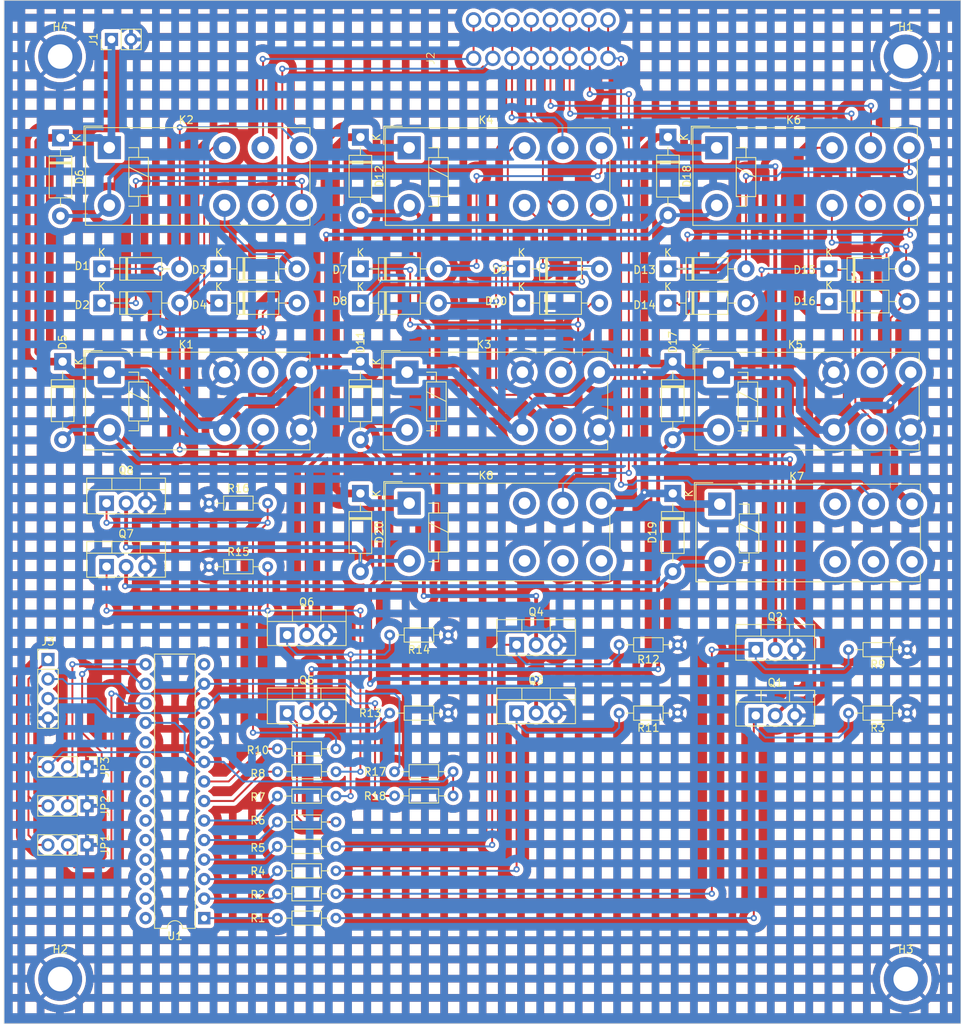
<source format=kicad_pcb>
(kicad_pcb (version 20221018) (generator pcbnew)
  (layers (0 "F.Cu" signal) (31 "B.Cu" signal) (34 "B.Paste" user) (35 "F.Paste" user) (36 "B.SilkS" user "B.Silkscreen") (37 "F.SilkS" user "F.Silkscreen") (38 "B.Mask" user) (39 "F.Mask" user) (44 "Edge.Cuts" user))
  (net 0 "")
  (net 1 "Net-(D1-K)")
  (net 2 "Net-(D1-A)")
  (net 3 "Net-(D2-K)")
  (net 4 "Net-(D2-A)")
  (net 5 "Net-(D3-A)")
  (net 6 "Net-(D4-K)")
  (net 7 "VCCQ")
  (net 8 "Net-(D10-A)")
  (net 9 "Net-(D7-A)")
  (net 10 "Net-(D8-K)")
  (net 11 "Net-(D8-A)")
  (net 12 "Net-(D9-A)")
  (net 13 "Net-(D10-K)")
  (net 14 "Net-(D13-K)")
  (net 15 "Net-(D13-A)")
  (net 16 "Net-(D14-K)")
  (net 17 "Net-(D14-A)")
  (net 18 "Net-(D15-A)")
  (net 19 "Net-(D16-K)")
  (net 20 "GND")
  (net 21 "Net-(J2-io-Pad1)")
  (net 22 "Net-(J2-io-Pad2)")
  (net 23 "Net-(J2-io-Pad3)")
  (net 24 "Net-(J2-io-Pad4)")
  (net 25 "Net-(J2-io-Pad5)")
  (net 26 "Net-(J2-io-Pad6)")
  (net 27 "VCC")
  (net 28 "Net-(J3-Pin_2)")
  (net 29 "Net-(J3-Pin_3)")
  (net 30 "Net-(JP1-C)")
  (net 31 "Net-(JP2-C)")
  (net 32 "Net-(JP3-C)")
  (net 41 "Net-(Q1-G)")
  (net 42 "Net-(Q2-G)")
  (net 43 "Net-(Q3-G)")
  (net 44 "Net-(Q4-G)")
  (net 45 "/out5")
  (net 46 "/out6")
  (net 47 "/out7")
  (net 48 "/out8")
  (net 49 "Net-(U1-GPB0)")
  (net 50 "Net-(U1-GPB1)")
  (net 51 "Net-(U1-GPB2)")
  (net 52 "Net-(U1-GPB3)")
  (net 53 "Net-(U1-GPB4)")
  (net 54 "Net-(U1-GPB5)")
  (net 55 "Net-(U1-GPB6)")
  (net 56 "Net-(U1-GPB7)")
  (net 69 "Pin7")
  (net 70 "Pin8")
  (net 71 "/rel1")
  (net 72 "/rel2")
  (net 73 "/rel3")
  (net 74 "/rel4")
  (net 75 "/rel5")
  (net 76 "/rel6")
  (net 77 "/rel7")
  (net 78 "/rel8")
  (footprint "Diode_THT:D_DO-41_SOD81_P10.16mm_Horizontal" (layer "F.Cu") (at 25.4 47.625)
    (fp_text reference "D1")
    (fp_text value "1N4001")
  )
  (footprint "Diode_THT:D_DO-41_SOD81_P10.16mm_Horizontal" (layer "F.Cu") (at 120.015 51.875)
    (fp_text reference "D16")
    (fp_text value "1N4001")
  )
  (footprint "Relay_THT:Relay_DPDT_Finder_40.52" (layer "F.Cu") (at 65.405 78.105)
    (fp_text reference "K8")
    (fp_text value "FINDER-40.52")
  )
  (footprint "Connector_PinHeader_2.54mm:PinHeader_1x03_P2.54mm_Vertical" (layer "F.Cu") (at 23.495 117.475 -90)
    (fp_text reference "JP2")
    (fp_text value "Jumper_3_Open")
  )
  (footprint "MountingHole:MountingHole_3.2mm_M3_ISO7380_Pad_TopBottom" (layer "F.Cu") (at 20 20)
    (fp_text reference "H4")
    (fp_text value "MountingHole_Pad")
  )
  (footprint "Resistor_THT:R_Axial_DIN0204_L3.6mm_D1.6mm_P7.62mm_Horizontal" (layer "F.Cu") (at 39.37 78.105)
    (fp_text reference "R16")
    (fp_text value "100k")
  )
  (footprint "Package_TO_SOT_THT:TO-220-3_Vertical" (layer "F.Cu") (at 110.49 105.72)
    (fp_text reference "Q1")
    (fp_text value "IRFZ24N")
  )
  (footprint "Relay_THT:Relay_DPDT_Finder_40.52" (layer "F.Cu") (at 26.3925 61.0625)
    (fp_text reference "K1")
    (fp_text value "FINDER-40.52")
  )
  (footprint "Diode_THT:D_DO-41_SOD81_P10.16mm_Horizontal" (layer "F.Cu") (at 59.055 47.625)
    (fp_text reference "D7")
    (fp_text value "1N4001")
  )
  (footprint "Relay_THT:Relay_DPDT_Finder_40.52" (layer "F.Cu") (at 26.3925 31.8525)
    (fp_text reference "K2")
    (fp_text value "FINDER-40.52")
  )
  (footprint "parts_tma_1:AST041-08" (layer "F.Cu") (at 73.78 20.24 90)
    (fp_text reference "J2")
    (fp_text value "~")
  )
  (footprint "Diode_THT:D_DO-41_SOD81_P10.16mm_Horizontal" (layer "F.Cu") (at 99.695 59.69 -90)
    (fp_text reference "D17")
    (fp_text value "1N4001")
  )
  (footprint "Resistor_THT:R_Axial_DIN0204_L3.6mm_D1.6mm_P7.62mm_Horizontal" (layer "F.Cu") (at 48.26 119.575)
    (fp_text reference "R6")
    (fp_text value "100")
  )
  (footprint "Diode_THT:D_DO-41_SOD81_P10.16mm_Horizontal" (layer "F.Cu") (at 80.01 52.07)
    (fp_text reference "D10")
    (fp_text value "1N4001")
  )
  (footprint "Diode_THT:D_DO-41_SOD81_P10.16mm_Horizontal" (layer "F.Cu") (at 59.055 52.07)
    (fp_text reference "D8")
    (fp_text value "1N4001")
  )
  (footprint "Resistor_THT:R_Axial_DIN0204_L3.6mm_D1.6mm_P7.62mm_Horizontal" (layer "F.Cu") (at 100.33 105.41 180)
    (fp_text reference "R11")
    (fp_text value "100k")
  )
  (footprint "Resistor_THT:R_Axial_DIN0204_L3.6mm_D1.6mm_P7.62mm_Horizontal" (layer "F.Cu") (at 130.175 105.41 180)
    (fp_text reference "R3")
    (fp_text value "100k")
  )
  (footprint "Package_TO_SOT_THT:TO-220-3_Vertical" (layer "F.Cu") (at 49.53 105.41)
    (fp_text reference "Q5")
    (fp_text value "IRFZ24N")
  )
  (footprint "Resistor_THT:R_Axial_DIN0204_L3.6mm_D1.6mm_P7.62mm_Horizontal" (layer "F.Cu") (at 48.26 116.205)
    (fp_text reference "R7")
    (fp_text value "100")
  )
  (footprint "Package_TO_SOT_THT:TO-220-3_Vertical" (layer "F.Cu") (at 49.53 95.25)
    (fp_text reference "Q6")
    (fp_text value "IRFZ24N")
  )
  (footprint "MountingHole:MountingHole_3.2mm_M3_ISO7380_Pad_TopBottom" (layer "F.Cu") (at 130 140)
    (fp_text reference "H3")
    (fp_text value "MountingHole_Pad")
  )
  (footprint "Package_TO_SOT_THT:TO-220-3_Vertical" (layer "F.Cu") (at 79.375 96.52)
    (fp_text reference "Q4")
    (fp_text value "IRFZ24N")
  )
  (footprint "Relay_THT:Relay_DPDT_Finder_40.52" (layer "F.Cu") (at 105.41 31.87)
    (fp_text reference "K6")
    (fp_text value "FINDER-40.52")
  )
  (footprint "Resistor_THT:R_Axial_DIN0204_L3.6mm_D1.6mm_P7.62mm_Horizontal" (layer "F.Cu") (at 48.26 122.75)
    (fp_text reference "R5")
    (fp_text value "100")
  )
  (footprint "Package_TO_SOT_THT:TO-220-3_Vertical" (layer "F.Cu") (at 110.49 97.155)
    (fp_text reference "Q2")
    (fp_text value "IRFZ24N")
  )
  (footprint "Resistor_THT:R_Axial_DIN0204_L3.6mm_D1.6mm_P7.62mm_Horizontal" (layer "F.Cu") (at 39.37 86.36)
    (fp_text reference "R15")
    (fp_text value "100k")
  )
  (footprint "Diode_THT:D_DO-41_SOD81_P10.16mm_Horizontal" (layer "F.Cu") (at 80.01 47.625)
    (fp_text reference "D9")
    (fp_text value "1N4001")
  )
  (footprint "Relay_THT:Relay_DPDT_Finder_40.52" (layer "F.Cu") (at 65.405 31.87)
    (fp_text reference "K4")
    (fp_text value "FINDER-40.52")
  )
  (footprint "Package_DIP:DIP-28_W7.62mm" (layer "F.Cu") (at 38.735 132.08 180)
    (fp_text reference "U1")
    (fp_text value "MCP23017_SP")
  )
  (footprint "Resistor_THT:R_Axial_DIN0204_L3.6mm_D1.6mm_P7.62mm_Horizontal" (layer "F.Cu") (at 70.485 105.41 180)
    (fp_text reference "R13")
    (fp_text value "100k")
  )
  (footprint "Diode_THT:D_DO-41_SOD81_P10.16mm_Horizontal" (layer "F.Cu") (at 59.055 30.4975 -90)
    (fp_text reference "D12")
    (fp_text value "1N4001")
  )
  (footprint "Resistor_THT:R_Axial_DIN0204_L3.6mm_D1.6mm_P7.62mm_Horizontal" (layer "F.Cu") (at 100.33 96.52 180)
    (fp_text reference "R12")
    (fp_text value "100k")
  )
  (footprint "Resistor_THT:R_Axial_DIN0204_L3.6mm_D1.6mm_P7.62mm_Horizontal" (layer "F.Cu") (at 48.26 132.08)
    (fp_text reference "R1")
    (fp_text value "100")
  )
  (footprint "Diode_THT:D_DO-41_SOD81_P10.16mm_Horizontal" (layer "F.Cu") (at 59.055 76.835 -90)
    (fp_text reference "D20")
    (fp_text value "1N4001")
  )
  (footprint "Resistor_THT:R_Axial_DIN0204_L3.6mm_D1.6mm_P7.62mm_Horizontal" (layer "F.Cu") (at 130.175 97.155 180)
    (fp_text reference "R9")
    (fp_text value "100k")
  )
  (footprint "Package_TO_SOT_THT:TO-220-3_Vertical" (layer "F.Cu") (at 79.375 105.41)
    (fp_text reference "Q3")
    (fp_text value "IRFZ24N")
  )
  (footprint "Relay_THT:Relay_DPDT_Finder_40.52" (layer "F.Cu") (at 65.1275 61.0625)
    (fp_text reference "K3")
    (fp_text value "FINDER-40.52")
  )
  (footprint "Resistor_THT:R_Axial_DIN0204_L3.6mm_D1.6mm_P7.62mm_Horizontal" (layer "F.Cu") (at 48.26 113.03)
    (fp_text reference "R8")
    (fp_text value "100")
  )
  (footprint "Diode_THT:D_DO-41_SOD81_P10.16mm_Horizontal" (layer "F.Cu") (at 40.64 52.07)
    (fp_text reference "D4")
    (fp_text value "1N4001")
  )
  (footprint "Diode_THT:D_DO-41_SOD81_P10.16mm_Horizontal" (layer "F.Cu") (at 40.64 47.625)
    (fp_text reference "D3")
    (fp_text value "1N4001")
  )
  (footprint "Diode_THT:D_DO-41_SOD81_P10.16mm_Horizontal" (layer "F.Cu") (at 20.0425 30.5825 -90)
    (fp_text reference "D6")
    (fp_text value "1N4001")
  )
  (footprint "Diode_THT:D_DO-41_SOD81_P10.16mm_Horizontal" (layer "F.Cu") (at 25.4 52.07)
    (fp_text reference "D2")
    (fp_text value "1N4001")
  )
  (footprint "MountingHole:MountingHole_3.2mm_M3_ISO7380_Pad_TopBottom" (layer "F.Cu") (at 130 20)
    (fp_text reference "H1")
    (fp_text value "MountingHole_Pad")
  )
  (footprint "Diode_THT:D_DO-41_SOD81_P10.16mm_Horizontal" (layer "F.Cu") (at 99.06 30.48 -90)
    (fp_text reference "D18")
    (fp_text value "1N4001")
  )
  (footprint "Connector_PinHeader_2.54mm:PinHeader_1x02_P2.54mm_Vertical" (layer "F.Cu") (at 26.67 17.78 90)
    (fp_text reference "J1")
    (fp_text value "Conn_01x02")
  )
  (footprint "Package_TO_SOT_THT:TO-220-3_Vertical" (layer "F.Cu") (at 26.035 86.36)
    (fp_text reference "Q7")
    (fp_text value "IRFZ24N")
  )
  (footprint "Diode_THT:D_DO-41_SOD81_P10.16mm_Horizontal" (layer "F.Cu") (at 99.06 47.625)
    (fp_text reference "D13")
    (fp_text value "1N4001")
  )
  (footprint "Connector_PinHeader_2.54mm:PinHeader_1x03_P2.54mm_Vertical" (layer "F.Cu") (at 23.495 112.395 -90)
    (fp_text reference "JP3")
    (fp_text value "Jumper_3_Open")
  )
  (footprint "Resistor_THT:R_Axial_DIN0204_L3.6mm_D1.6mm_P7.62mm_Horizontal" (layer "F.Cu") (at 63.5 116.18)
    (fp_text reference "R18")
    (fp_text value "4k7")
  )
  (footprint "Diode_THT:D_DO-41_SOD81_P10.16mm_Horizontal" (layer "F.Cu") (at 59.055 59.69 -90)
    (fp_text reference "D11")
    (fp_text value "1N4001")
  )
  (footprint "Relay_THT:Relay_DPDT_Finder_40.52" (layer "F.Cu") (at 105.81 78.225)
    (fp_text reference "K7")
    (fp_text value "FINDER-40.52")
  )
  (footprint "Resistor_THT:R_Axial_DIN0204_L3.6mm_D1.6mm_P7.62mm_Horizontal" (layer "F.Cu") (at 63.5 113.03)
    (fp_text reference "R17")
    (fp_text value "4k7")
  )
  (footprint "Diode_THT:D_DO-41_SOD81_P10.16mm_Horizontal" (layer "F.Cu") (at 99.06 52.07)
    (fp_text reference "D14")
    (fp_text value "1N4001")
  )
  (footprint "Relay_THT:Relay_DPDT_Finder_40.52" (layer "F.Cu") (at 105.65 61.08)
    (fp_text reference "K5")
    (fp_text value "FINDER-40.52")
  )
  (footprint "Resistor_THT:R_Axial_DIN0204_L3.6mm_D1.6mm_P7.62mm_Horizontal" (layer "F.Cu") (at 48.26 110.05)
    (fp_text reference "R10")
    (fp_text value "100")
  )
  (footprint "Connector_PinHeader_2.54mm:PinHeader_1x04_P2.54mm_Vertical" (layer "F.Cu") (at 18.415 98.435)
    (fp_text reference "J3")
    (fp_text value "Conn_01x04_Pin")
  )
  (footprint "Resistor_THT:R_Axial_DIN0204_L3.6mm_D1.6mm_P7.62mm_Horizontal" (layer "F.Cu") (at 70.485 95.25 180)
    (fp_text reference "R14")
    (fp_text value "100k")
  )
  (footprint "Diode_THT:D_DO-41_SOD81_P10.16mm_Horizontal" (layer "F.Cu") (at 120.015 47.625)
    (fp_text reference "D15")
    (fp_text value "1N4001")
  )
  (footprint "Resistor_THT:R_Axial_DIN0204_L3.6mm_D1.6mm_P7.62mm_Horizontal" (layer "F.Cu") (at 48.26 128.905)
    (fp_text reference "R2")
    (fp_text value "100")
  )
  (footprint "MountingHole:MountingHole_3.2mm_M3_ISO7380_Pad_TopBottom" (layer "F.Cu") (at 20 140)
    (fp_text reference "H2")
    (fp_text value "MountingHole_Pad")
  )
  (footprint "Resistor_THT:R_Axial_DIN0204_L3.6mm_D1.6mm_P7.62mm_Horizontal" (layer "F.Cu") (at 48.26 125.925)
    (fp_text reference "R4")
    (fp_text value "100")
  )
  (footprint "Diode_THT:D_DO-41_SOD81_P10.16mm_Horizontal" (layer "F.Cu") (at 20.32 59.69 -90)
    (fp_text reference "D5")
    (fp_text value "1N4001")
  )
  (footprint "Package_TO_SOT_THT:TO-220-3_Vertical" (layer "F.Cu") (at 26.035 78.105)
    (fp_text reference "Q8")
    (fp_text value "IRFZ24N")
  )
  (footprint "Connector_PinHeader_2.54mm:PinHeader_1x03_P2.54mm_Vertical" (layer "F.Cu") (at 23.495 122.555 -90)
    (fp_text reference "JP1")
    (fp_text value "Jumper_3_Open")
  )
  (footprint "Diode_THT:D_DO-41_SOD81_P10.16mm_Horizontal" (layer "F.Cu") (at 99.695 76.835 -90)
    (fp_text reference "D19")
    (fp_text value "1N4001")
  )
  (gr_rect (start 12.7 12.7) (end 137.16 145.796) (stroke (width 0.1)) (fill none) (layer "Edge.Cuts"))
  (segment (start 50.8 52.07) (end 47.625 52.07) (width 0.25) (layer "F.Cu") (net 1))
  (segment (start 46.355 55.88) (end 46.355 61.025) (width 0.25) (layer "F.Cu") (net 1))
  (segment (start 33.02 47.625) (end 33.02 55.88) (width 0.25) (layer "F.Cu") (net 1))
  (segment (start 46.355 53.34) (end 46.355 55.88) (width 0.25) (layer "F.Cu") (net 1))
  (segment (start 47.625 52.07) (end 46.355 53.34) (width 0.25) (layer "F.Cu") (net 1))
  (segment (start 46.355 61.025) (end 46.3925 61.0625) (width 0.25) (layer "F.Cu") (net 1))
  (via (at 33.02 47.625) (size 0.8) (drill 0.4) (layers "F.Cu" "B.Cu") (net 1))
  (via (at 33.02 55.88) (size 0.8) (drill 0.4) (layers "F.Cu" "B.Cu") (net 1))
  (via (at 46.355 55.88) (size 0.8) (drill 0.4) (layers "F.Cu" "B.Cu") (net 1))
  (segment (start 33.02 55.88) (end 46.355 55.88) (width 0.25) (layer "B.Cu") (net 1))
  (segment (start 25.4 47.625) (end 33.02 47.625) (width 0.25) (layer "B.Cu") (net 1))
  (segment (start 35.56 47.625) (end 35.56 29.21) (width 0.25) (layer "F.Cu") (net 2))
  (via (at 35.56 29.21) (size 0.8) (drill 0.4) (layers "F.Cu" "B.Cu") (net 2))
  (segment (start 35.56 29.21) (end 48.75 29.21) (width 0.25) (layer "B.Cu") (net 2))
  (segment (start 48.75 29.21) (end 51.3925 31.8525) (width 0.25) (layer "B.Cu") (net 2))
  (segment (start 29.845 36.195) (end 29.845 52.07) (width 0.25) (layer "F.Cu") (net 3))
  (segment (start 51.3925 39.3525) (end 51.435 39.31) (width 0.25) (layer "F.Cu") (net 3))
  (segment (start 51.435 39.31) (end 51.435 36.195) (width 0.25) (layer "F.Cu") (net 3))
  (via (at 29.845 52.07) (size 0.8) (drill 0.4) (layers "F.Cu" "B.Cu") (net 3))
  (via (at 29.845 36.195) (size 0.8) (drill 0.4) (layers "F.Cu" "B.Cu") (net 3))
  (via (at 51.435 36.195) (size 0.8) (drill 0.4) (layers "F.Cu" "B.Cu") (net 3))
  (segment (start 29.845 52.07) (end 25.4 52.07) (width 0.25) (layer "B.Cu") (net 3))
  (segment (start 51.435 36.195) (end 29.845 36.195) (width 0.25) (layer "B.Cu") (net 3))
  (segment (start 35.56 52.07) (end 35.56 71.12) (width 0.25) (layer "F.Cu") (net 4))
  (via (at 35.56 71.12) (size 0.8) (drill 0.4) (layers "F.Cu" "B.Cu") (net 4))
  (segment (start 35.56 71.12) (end 45.212 71.12) (width 0.25) (layer "B.Cu") (net 4))
  (segment (start 45.212 71.12) (end 46.3925 69.9395) (width 0.25) (layer "B.Cu") (net 4))
  (segment (start 40.64 47.625) (end 40.005 47.625) (width 0.25) (layer "B.Cu") (net 4))
  (segment (start 46.3925 69.9395) (end 46.3925 68.5625) (width 0.25) (layer "B.Cu") (net 4))
  (segment (start 40.005 47.625) (end 35.56 52.07) (width 0.25) (layer "B.Cu") (net 4))
  (segment (start 45.085 45.72) (end 48.895 45.72) (width 0.25) (layer "B.Cu") (net 5))
  (segment (start 41.3925 42.0275) (end 45.085 45.72) (width 0.25) (layer "B.Cu") (net 5))
  (segment (start 41.3925 39.3525) (end 41.3925 42.0275) (width 0.25) (layer "B.Cu") (net 5))
  (segment (start 48.895 45.72) (end 50.8 47.625) (width 0.25) (layer "B.Cu") (net 5))
  (segment (start 41.3925 31.8525) (end 39.9025 31.8525) (width 0.25) (layer "F.Cu") (net 6))
  (segment (start 39.37 52.07) (end 40.64 52.07) (width 0.25) (layer "F.Cu") (net 6))
  (segment (start 38.735 33.02) (end 38.735 51.435) (width 0.25) (layer "F.Cu") (net 6))
  (segment (start 39.9025 31.8525) (end 38.735 33.02) (width 0.25) (layer "F.Cu") (net 6))
  (segment (start 38.735 51.435) (end 39.37 52.07) (width 0.25) (layer "F.Cu") (net 6))
  (segment (start 128.524 76.2) (end 128.524 70.612) (width 1) (layer "F.Cu") (net 7))
  (segment (start 96.012 32.004) (end 96.012 58.928) (width 1) (layer "F.Cu") (net 7))
  (segment (start 18.415 59.69) (end 20.32 59.69) (width 1) (layer "F.Cu") (net 7))
  (segment (start 56.515 59.69) (end 59.055 59.69) (width 1) (layer "F.Cu") (net 7))
  (segment (start 55.88 31.75) (end 55.88 59.055) (width 1) (layer "F.Cu") (net 7))
  (segment (start 17.145 31.115) (end 17.145 58.42) (width 1) (layer "F.Cu") (net 7))
  (segment (start 59.055 76.835) (end 56.515 76.835) (width 1) (layer "F.Cu") (net 7))
  (segment (start 97.028 59.944) (end 99.441 59.944) (width 1) (layer "F.Cu") (net 7))
  (segment (start 130.549 78.225) (end 128.524 76.2) (width 1) (layer "F.Cu") (net 7))
  (segment (start 96.012 76.708) (end 96.012 61.0625) (width 1) (layer "F.Cu") (net 7))
  (segment (start 17.145 58.42) (end 18.415 59.69) (width 1) (layer "F.Cu") (net 7))
  (segment (start 96.012 58.928) (end 97.028 59.944) (width 1) (layer "F.Cu") (net 7))
  (segment (start 128.016 70.104) (end 128.016 65.024) (width 1) (layer "F.Cu") (net 7))
  (segment (start 130.81 78.225) (end 130.549 78.225) (width 1) (layer "F.Cu") (net 7))
  (segment (start 20.0425 30.5825) (end 17.6775 30.5825) (width 1) (layer "F.Cu") (net 7))
  (segment (start 55.88 59.055) (end 56.515 59.69) (width 1) (layer "F.Cu") (net 7))
  (segment (start 99.06 30.48) (end 97.536 30.48) (width 1) (layer "F.Cu") (net 7))
  (segment (start 128.524 70.612) (end 128.016 70.104) (width 1) (layer "F.Cu") (net 7))
  (segment (start 97.536 30.48) (end 96.012 32.004) (width 1) (layer "F.Cu") (net 7))
  (segment (start 17.6775 30.5825) (end 17.145 31.115) (width 1) (layer "F.Cu") (net 7))
  (segment (start 59.055 30.4975) (end 57.1325 30.4975) (width 1) (layer "F.Cu") (net 7))
  (segment (start 55.88 76.2) (end 55.88 60.325) (width 1) (layer "F.Cu") (net 7))
  (segment (start 99.441 59.944) (end 99.695 59.69) (width 1) (layer "F.Cu") (net 7))
  (segment (start 56.515 76.835) (end 55.88 76.2) (width 1) (layer "F.Cu") (net 7))
  (segment (start 55.88 60.325) (end 56.515 59.69) (width 1) (layer "F.Cu") (net 7))
  (segment (start 57.1325 30.4975) (end 55.88 31.75) (width 1) (layer "F.Cu") (net 7))
  (via (at 96.012 76.708) (size 0.8) (drill 0.4) (layers "F.Cu" "B.Cu") (net 7))
  (via (at 128.016 65.024) (size 0.8) (drill 0.4) (layers "F.Cu" "B.Cu") (net 7))
  (via (at 96.012 61.0625) (size 0.8) (drill 0.4) (layers "F.Cu" "B.Cu") (net 7))
  (segment (start 21.6925 61.0625) (end 20.32 59.69) (width 1) (layer "B.Cu") (net 7))
  (segment (start 31.2175 61.0625) (end 38.1 67.945) (width 1) (layer "B.Cu") (net 7))
  (segment (start 116.205 66.04) (end 118.745 68.58) (width 1) (layer "B.Cu") (net 7))
  (segment (start 40.775 67.945) (end 41.3925 68.5625) (width 1) (layer "B.Cu") (net 7))
  (segment (start 71.0175 61.0625) (end 71.12 60.96) (width 1) (layer "B.Cu") (net 7))
  (segment (start 90.405 78.105) (end 94.869 78.105) (width 1) (layer "B.Cu") (net 7))
  (segment (start 80.1275 68.5625) (end 80.1275 66.7925) (width 1) (layer "B.Cu") (net 7))
  (segment (start 60.4275 61.0625) (end 59.055 59.69) (width 1) (layer "B.Cu") (net 7))
  (segment (start 127.635 65.405) (end 128.016 65.024) (width 1) (layer "B.Cu") (net 7))
  (segment (start 98.3225 61.0625) (end 99.695 59.69) (width 1) (layer "B.Cu") (net 7))
  (segment (start 120.65 68.58) (end 123.825 65.405) (width 1) (layer "B.Cu") (net 7))
  (segment (start 59.055 30.4975) (end 60.4275 31.87) (width 1) (layer "B.Cu") (net 7))
  (segment (start 105.81 78.225) (end 101.085 78.225) (width 1) (layer "B.Cu") (net 7))
  (segment (start 41.3925 67.1925) (end 41.3925 68.5625) (width 1) (layer "B.Cu") (net 7))
  (segment (start 26.3925 61.0625) (end 31.2175 61.0625) (width 1) (layer "B.Cu") (net 7))
  (segment (start 118.745 68.58) (end 120.65 68.58) (width 1) (layer "B.Cu") (net 7))
  (segment (start 47.685 64.77) (end 43.815 64.77) (width 1) (layer "B.Cu") (net 7))
  (segment (start 26.67 17.78) (end 26.67 31.575) (width 1) (layer "B.Cu") (net 7))
  (segment (start 96.139 76.835) (end 96.012 76.708) (width 1) (layer "B.Cu") (net 7))
  (segment (start 96.012 61.0625) (end 98.3225 61.0625) (width 1) (layer "B.Cu") (net 7))
  (segment (start 128.016 65.024) (end 130.65 62.39) (width 1) (layer "B.Cu") (net 7))
  (segment (start 101.085 78.225) (end 99.695 76.835) (width 1) (layer "B.Cu") (net 7))
  (segment (start 105.65 61.08) (end 115.055 61.08) (width 1) (layer "B.Cu") (net 7))
  (segment (start 100.45 31.87) (end 105.41 31.87) (width 1) (layer "B.Cu") (net 7))
  (segment (start 65.1275 61.0625) (end 71.0175 61.0625) (width 1) (layer "B.Cu") (net 7))
  (segment (start 52.765 59.69) (end 51.3925 61.0625) (width 1) (layer "B.Cu") (net 7))
  (segment (start 25.1225 30.5825) (end 26.3925 31.8525) (width 1) (layer "B.Cu") (net 7))
  (segment (start 123.825 65.405) (end 127.635 65.405) (width 1) (layer "B.Cu") (net 7))
  (segment (start 51.3925 61.0625) (end 47.685 64.77) (width 1) (layer "B.Cu") (net 7))
  (segment (start 81.915 64.77) (end 80.01 66.675) (width 1) (layer "B.Cu") (net 7))
  (segment (start 105.65 61.08) (end 101.085 61.08) (width 1) (layer "B.Cu") (net 7))
  (segment (start 99.695 76.835) (end 96.139 76.835) (width 1) (layer "B.Cu") (net 7))
  (segment (start 43.815 64.77) (end 41.3925 67.1925) (width 1) (layer "B.Cu") (net 7))
  (segment (start 65.405 78.105) (end 60.325 78.105) (width 1) (layer "B.Cu") (net 7))
  (segment (start 60.4275 31.87) (end 65.405 31.87) (width 1) (layer "B.Cu") (net 7))
  (segment (start 60.325 78.105) (end 59.055 76.835) (width 1) (layer "B.Cu") (net 7))
  (segment (start 101.085 61.08) (end 99.695 59.69) (width 1) (layer "B.Cu") (net 7))
  (segment (start 38.1 67.945) (end 40.775 67.945) (width 1) (layer "B.Cu") (net 7))
  (segment (start 130.65 62.39) (end 130.65 61.08) (width 1) (layer "B.Cu") (net 7))
  (segment (start 26.3925 61.0625) (end 21.6925 61.0625) (width 1) (layer "B.Cu") (net 7))
  (segment (start 86.42 64.77) (end 81.915 64.77) (width 1) (layer "B.Cu") (net 7))
  (segment (start 20.0425 30.5825) (end 25.1225 30.5825) (width 1) (layer "B.Cu") (net 7))
  (segment (start 116.205 62.23) (end 116.205 66.04) (width 1) (layer "B.Cu") (net 7))
  (segment (start 80.1275 66.7925) (end 80.01 66.675) (width 1) (layer "B.Cu") (net 7))
  (segment (start 99.06 30.48) (end 100.45 31.87) (width 1) (layer "B.Cu") (net 7))
  (segment (start 26.67 31.575) (end 26.3925 31.8525) (width 1) (layer "B.Cu") (net 7))
  (segment (start 59.055 59.69) (end 52.765 59.69) (width 1) (layer "B.Cu") (net 7))
  (segment (start 65.1275 61.0625) (end 60.4275 61.0625) (width 1) (layer "B.Cu") (net 7))
  (segment (start 115.055 61.08) (end 116.205 62.23) (width 1) (layer "B.Cu") (net 7))
  (segment (start 90.1275 61.0625) (end 96.012 61.0625) (width 1) (layer "B.Cu") (net 7))
  (segment (start 94.869 78.105) (end 96.139 76.835) (width 1) (layer "B.Cu") (net 7))
  (segment (start 71.12 60.96) (end 78.7225 68.5625) (width 1) (layer "B.Cu") (net 7))
  (segment (start 78.7225 68.5625) (end 80.1275 68.5625) (width 1) (layer "B.Cu") (net 7))
  (segment (start 90.1275 61.0625) (end 86.42 64.77) (width 1) (layer "B.Cu") (net 7))
  (segment (start 85.1275 61.0625) (end 87.376 58.814) (width 0.25) (layer "F.Cu") (net 8))
  (segment (start 87.376 58.814) (end 87.376 53.848) (width 0.25) (layer "F.Cu") (net 8))
  (segment (start 89.154 52.07) (end 90.17 52.07) (width 0.25) (layer "F.Cu") (net 8))
  (segment (start 87.376 53.848) (end 89.154 52.07) (width 0.25) (layer "F.Cu") (net 8))
  (segment (start 65.532 47.752) (end 65.532 54.864) (width 0.25) (layer "F.Cu") (net 8))
  (via (at 65.532 47.752) (size 0.8) (drill 0.4) (layers "F.Cu" "B.Cu") (net 8))
  (via (at 87.376 54.864) (size 0.8) (drill 0.4) (layers "F.Cu" "B.Cu") (net 8))
  (via (at 65.532 54.864) (size 0.8) (drill 0.4) (layers "F.Cu" "B.Cu") (net 8))
  (segment (start 59.055 47.625) (end 65.405 47.625) (width 0.25) (layer "B.Cu") (net 8))
  (segment (start 65.405 47.625) (end 65.532 47.752) (width 0.25) (layer "B.Cu") (net 8))
  (segment (start 65.532 54.864) (end 87.376 54.864) (width 0.25) (layer "B.Cu") (net 8))
  (segment (start 74.168 47.244) (end 74.168 35.56) (width 0.25) (layer "F.Cu") (net 9))
  (segment (start 90.405 35.071) (end 90.405 31.87) (width 0.25) (layer "F.Cu") (net 9))
  (segment (start 89.916 35.56) (end 90.405 35.071) (width 0.25) (layer "F.Cu") (net 9))
  (via (at 74.168 35.56) (size 0.8) (drill 0.4) (layers "F.Cu" "B.Cu") (net 9))
  (via (at 74.168 47.244) (size 0.8) (drill 0.4) (layers "F.Cu" "B.Cu") (net 9))
  (via (at 89.916 35.56) (size 0.8) (drill 0.4) (layers "F.Cu" "B.Cu") (net 9))
  (segment (start 69.596 47.244) (end 74.168 47.244) (width 0.25) (layer "B.Cu") (net 9))
  (segment (start 74.168 35.56) (end 89.916 35.56) (width 0.25) (layer "B.Cu") (net 9))
  (segment (start 69.215 47.625) (end 69.596 47.244) (width 0.25) (layer "B.Cu") (net 9))
  (segment (start 87.884 41.891) (end 90.405 39.37) (width 0.25) (layer "F.Cu") (net 10))
  (segment (start 87.884 49.276) (end 87.884 41.891) (width 0.25) (layer "F.Cu") (net 10))
  (via (at 87.884 49.276) (size 0.8) (drill 0.4) (layers "F.Cu" "B.Cu") (net 10))
  (segment (start 59.055 52.07) (end 61.849 49.276) (width 0.25) (layer "B.Cu") (net 10))
  (segment (start 61.849 49.276) (end 87.884 49.276) (width 0.25) (layer "B.Cu") (net 10))
  (segment (start 76.708 51.816) (end 76.708 47.244) (width 0.25) (layer "F.Cu") (net 11))
  (segment (start 85.1275 68.5625) (end 85.1275 68.3635) (width 0.25) (layer "F.Cu") (net 11))
  (segment (start 85.1275 68.3635) (end 80.772 64.008) (width 0.25) (layer "F.Cu") (net 11))
  (segment (start 77.724 64.008) (end 76.708 62.992) (width 0.25) (layer "F.Cu") (net 11))
  (segment (start 76.708 62.992) (end 76.708 51.816) (width 0.25) (layer "F.Cu") (net 11))
  (segment (start 80.772 64.008) (end 77.724 64.008) (width 0.25) (layer "F.Cu") (net 11))
  (via (at 76.708 51.816) (size 0.8) (drill 0.4) (layers "F.Cu" "B.Cu") (net 11))
  (via (at 76.708 47.244) (size 0.8) (drill 0.4) (layers "F.Cu" "B.Cu") (net 11))
  (segment (start 69.215 52.07) (end 76.454 52.07) (width 0.25) (layer "B.Cu") (net 11))
  (segment (start 76.708 47.244) (end 79.629 47.244) (width 0.25) (layer "B.Cu") (net 11))
  (segment (start 76.454 52.07) (end 76.708 51.816) (width 0.25) (layer "B.Cu") (net 11))
  (segment (start 79.629 47.244) (end 80.01 47.625) (width 0.25) (layer "B.Cu") (net 11))
  (segment (start 82.804 47.244) (end 82.804 41.769) (width 0.25) (layer "F.Cu") (net 12))
  (segment (start 82.804 41.769) (end 80.405 39.37) (width 0.25) (layer "F.Cu") (net 12))
  (via (at 82.804 47.244) (size 0.8) (drill 0.4) (layers "F.Cu" "B.Cu") (net 12))
  (segment (start 89.789 47.244) (end 82.804 47.244) (width 0.25) (layer "B.Cu") (net 12))
  (segment (start 90.17 47.625) (end 89.789 47.244) (width 0.25) (layer "B.Cu") (net 12))
  (segment (start 80.405 31.87) (end 78.874 31.87) (width 0.25) (layer "F.Cu") (net 13))
  (segment (start 78.232 32.512) (end 78.232 50.292) (width 0.25) (layer "F.Cu") (net 13))
  (segment (start 78.874 31.87) (end 78.232 32.512) (width 0.25) (layer "F.Cu") (net 13))
  (segment (start 78.232 50.292) (end 80.01 52.07) (width 0.25) (layer "F.Cu") (net 13))
  (segment (start 130.175 51.875) (end 128.016 54.034) (width 0.25) (layer "F.Cu") (net 14))
  (segment (start 127.508 49.208) (end 130.175 51.875) (width 0.25) (layer "F.Cu") (net 14))
  (segment (start 127.508 45.212) (end 127.508 49.208) (width 0.25) (layer "F.Cu") (net 14))
  (segment (start 126.372 61.08) (end 125.65 61.08) (width 0.25) (layer "F.Cu") (net 14))
  (segment (start 128.016 59.436) (end 126.372 61.08) (width 0.25) (layer "F.Cu") (net 14))
  (segment (start 128.016 54.034) (end 128.016 59.436) (width 0.25) (layer "F.Cu") (net 14))
  (via (at 127.508 45.212) (size 0.8) (drill 0.4) (layers "F.Cu" "B.Cu") (net 14))
  (segment (start 105.283 47.625) (end 107.188 45.72) (width 0.25) (layer "B.Cu") (net 14))
  (segment (start 99.06 47.625) (end 105.283 47.625) (width 0.25) (layer "B.Cu") (net 14))
  (segment (start 107.188 45.72) (end 127 45.72) (width 0.25) (layer "B.Cu") (net 14))
  (segment (start 127 45.72) (end 127.508 45.212) (width 0.25) (layer "B.Cu") (net 14))
  (segment (start 130.41 34.906) (end 130.556 35.052) (width 0.25) (layer "F.Cu") (net 15))
  (segment (start 130.41 31.87) (end 130.41 34.906) (width 0.25) (layer "F.Cu") (net 15))
  (segment (start 109.22 35.56) (end 109.22 47.625) (width 0.25) (layer "F.Cu") (net 15))
  (via (at 130.556 35.052) (size 0.8) (drill 0.4) (layers "F.Cu" "B.Cu") (net 15))
  (via (at 109.22 35.56) (size 0.8) (drill 0.4) (layers "F.Cu" "B.Cu") (net 15))
  (segment (start 113.284 35.56) (end 109.22 35.56) (width 0.25) (layer "B.Cu") (net 15))
  (segment (start 113.792 35.052) (end 113.284 35.56) (width 0.25) (layer "B.Cu") (net 15))
  (segment (start 130.556 35.052) (end 113.792 35.052) (width 0.25) (layer "B.Cu") (net 15))
  (segment (start 130.41 43.034) (end 130.556 43.18) (width 0.25) (layer "F.Cu") (net 16))
  (segment (start 101.6 51.308) (end 100.584 52.324) (width 0.25) (layer "F.Cu") (net 16))
  (segment (start 130.41 39.37) (end 130.41 43.034) (width 0.25) (layer "F.Cu") (net 16))
  (segment (start 100.584 52.324) (end 100.33 52.07) (width 0.25) (layer "F.Cu") (net 16))
  (segment (start 101.6 43.18) (end 101.6 51.308) (width 0.25) (layer "F.Cu") (net 16))
  (segment (start 100.33 52.07) (end 99.06 52.07) (width 0.25) (layer "F.Cu") (net 16))
  (via (at 130.556 43.18) (size 0.8) (drill 0.4) (layers "F.Cu" "B.Cu") (net 16))
  (via (at 101.6 43.18) (size 0.8) (drill 0.4) (layers "F.Cu" "B.Cu") (net 16))
  (segment (start 130.556 43.18) (end 101.6 43.18) (width 0.25) (layer "B.Cu") (net 16))
  (segment (start 123.444 65.024) (end 123.444 48.768) (width 0.25) (layer "F.Cu") (net 17))
  (segment (start 111.252 50.038) (end 109.22 52.07) (width 0.25) (layer "F.Cu") (net 17))
  (segment (start 123.444 48.768) (end 122.428 47.752) (width 0.25) (layer "F.Cu") (net 17))
  (segment (start 120.142 47.752) (end 120.015 47.625) (width 0.25) (layer "F.Cu") (net 17))
  (segment (start 111.252 47.752) (end 111.252 50.038) (width 0.25) (layer "F.Cu") (net 17))
  (segment (start 125.65 68.58) (end 125.65 67.23) (width 0.25) (layer "F.Cu") (net 17))
  (segment (start 122.428 47.752) (end 120.142 47.752) (width 0.25) (layer "F.Cu") (net 17))
  (segment (start 125.65 67.23) (end 123.444 65.024) (width 0.25) (layer "F.Cu") (net 17))
  (via (at 111.252 47.752) (size 0.8) (drill 0.4) (layers "F.Cu" "B.Cu") (net 17))
  (segment (start 120.015 47.625) (end 111.379 47.625) (width 0.25) (layer "B.Cu") (net 17))
  (segment (start 111.379 47.625) (end 111.252 47.752) (width 0.25) (layer "B.Cu") (net 17))
  (segment (start 130.048 47.498) (end 130.048 44.704) (width 0.25) (layer "F.Cu") (net 18))
  (segment (start 120.396 39.384) (end 120.41 39.37) (width 0.25) (layer "F.Cu") (net 18))
  (segment (start 120.396 44.196) (end 120.396 39.384) (width 0.25) (layer "F.Cu") (net 18))
  (segment (start 130.175 47.625) (end 130.048 47.498) (width 0.25) (layer "F.Cu") (net 18))
  (via (at 130.048 44.704) (size 0.8) (drill 0.4) (layers "F.Cu" "B.Cu") (net 18))
  (via (at 120.396 44.196) (size 0.8) (drill 0.4) (layers "F.Cu" "B.Cu") (net 18))
  (segment (start 128.016 44.196) (end 120.396 44.196) (width 0.25) (layer "B.Cu") (net 18))
  (segment (start 130.048 44.704) (end 128.524 44.704) (width 0.25) (layer "B.Cu") (net 18))
  (segment (start 128.524 44.704) (end 128.016 44.196) (width 0.25) (layer "B.Cu") (net 18))
  (segment (start 119.566 52.324) (end 120.015 51.875) (width 0.25) (layer "F.Cu") (net 19))
  (segment (start 118.498 31.87) (end 117.348 33.02) (width 0.25) (layer "F.Cu") (net 19))
  (segment (start 117.856 52.324) (end 119.566 52.324) (width 0.25) (layer "F.Cu") (net 19))
  (segment (start 120.41 31.87) (end 118.498 31.87) (width 0.25) (layer "F.Cu") (net 19))
  (segment (start 117.348 33.02) (end 117.348 51.816) (width 0.25) (layer "F.Cu") (net 19))
  (segment (start 117.348 51.816) (end 117.856 52.324) (width 0.25) (layer "F.Cu") (net 19))
  (segment (start 46.3925 20.3575) (end 46.355 20.32) (width 0.25) (layer "F.Cu") (net 21))
  (segment (start 73.78 15.24) (end 73.78 20.24) (width 0.25) (layer "F.Cu") (net 21))
  (segment (start 46.3925 31.8525) (end 46.3925 20.3575) (width 0.25) (layer "F.Cu") (net 21))
  (via (at 46.355 20.32) (size 0.8) (drill 0.4) (layers "F.Cu" "B.Cu") (net 21))
  (segment (start 73.7 20.32) (end 73.78 20.24) (width 0.25) (layer "B.Cu") (net 21))
  (segment (start 46.355 20.32) (end 73.7 20.32) (width 0.25) (layer "B.Cu") (net 21))
  (segment (start 48.895 36.85) (end 48.895 21.59) (width 0.25) (layer "F.Cu") (net 22))
  (segment (start 46.3925 39.3525) (end 48.895 36.85) (width 0.25) (layer "F.Cu") (net 22))
  (segment (start 76.28 15.24) (end 76.28 20.24) (width 0.25) (layer "F.Cu") (net 22))
  (via (at 48.895 21.59) (size 0.8) (drill 0.4) (layers "F.Cu" "B.Cu") (net 22))
  (segment (start 74.93 21.59) (end 76.28 20.24) (width 0.25) (layer "B.Cu") (net 22))
  (segment (start 48.895 21.59) (end 74.93 21.59) (width 0.25) (layer "B.Cu") (net 22))
  (segment (start 78.78 15.24) (end 78.78 20.24) (width 0.25) (layer "F.Cu") (net 23))
  (segment (start 78.78 20.24) (end 78.78 27.9) (width 0.25) (layer "F.Cu") (net 23))
  (segment (start 78.78 27.9) (end 78.74 27.94) (width 0.25) (layer "F.Cu") (net 23))
  (via (at 78.74 27.94) (size 0.8) (drill 0.4) (layers "F.Cu" "B.Cu") (net 23))
  (segment (start 85.344 31.809) (end 85.405 31.87) (width 0.25) (layer "B.Cu") (net 23))
  (segment (start 85.344 28.956) (end 85.344 31.809) (width 0.25) (layer "B.Cu") (net 23))
  (segment (start 84.328 27.94) (end 85.344 28.956) (width 0.25) (layer "B.Cu") (net 23))
  (segment (start 78.74 27.94) (end 84.328 27.94) (width 0.25) (layer "B.Cu") (net 23))
  (segment (start 82.804 29.464) (end 82.804 38.1) (width 0.25) (layer "F.Cu") (net 24))
  (segment (start 81.28 20.24) (end 81.28 27.94) (width 0.25) (layer "F.Cu") (net 24))
  (segment (start 82.804 38.1) (end 84.074 39.37) (width 0.25) (layer "F.Cu") (net 24))
  (segment (start 81.28 27.94) (end 82.804 29.464) (width 0.25) (layer "F.Cu") (net 24))
  (segment (start 84.074 39.37) (end 85.405 39.37) (width 0.25) (layer "F.Cu") (net 24))
  (segment (start 81.28 15.24) (end 81.28 20.24) (width 0.25) (layer "F.Cu") (net 24))
  (segment (start 125.476 31.804) (end 125.41 31.87) (width 0.25) (layer "F.Cu") (net 25))
  (segment (start 83.78 20.24) (end 83.78 26.376) (width 0.25) (layer "F.Cu") (net 25))
  (segment (start 83.78 26.376) (end 83.82 26.416) (width 0.25) (layer "F.Cu") (net 25))
  (segment (start 125.476 26.416) (end 125.476 31.804) (width 0.25) (layer "F.Cu") (net 25))
  (segment (start 83.78 15.24) (end 83.78 20.24) (width 0.25) (layer "F.Cu") (net 25))
  (via (at 125.476 26.416) (size 0.8) (drill 0.4) (layers "F.Cu" "B.Cu") (net 25))
  (via (at 83.82 26.416) (size 0.8) (drill 0.4) (layers "F.Cu" "B.Cu") (net 25))
  (segment (start 83.82 26.416) (end 125.476 26.416) (width 0.25) (layer "B.Cu") (net 25))
  (segment (start 122.936 36.896) (end 125.41 39.37) (width 0.25) (layer "F.Cu") (net 26))
  (segment (start 122.936 27.432) (end 122.936 36.896) (width 0.25) (layer "F.Cu") (net 26))
  (segment (start 86.28 15.24) (end 86.28 20.24) (width 0.25) (layer "F.Cu") (net 26))
  (segment (start 86.28 27.352) (end 86.36 27.432) (width 0.25) (layer "F.Cu") (net 26))
  (segment (start 86.28 20.24) (end 86.28 27.352) (width 0.25) (layer "F.Cu") (net 26))
  (via (at 122.936 27.432) (size 0.8) (drill 0.4) (layers "F.Cu" "B.Cu") (net 26))
  (via (at 86.36 27.432) (size 0.8) (drill 0.4) (layers "F.Cu" "B.Cu") (net 26))
  (segment (start 86.36 27.432) (end 122.936 27.432) (width 0.25) (layer "B.Cu") (net 26))
  (segment (start 15.875 100.975) (end 15.875 111.125) (width 0.25) (layer "F.Cu") (net 27))
  (segment (start 71.12 116.18) (end 71.12 113.03) (width 0.25) (layer "F.Cu") (net 27))
  (segment (start 15.875 116.205) (end 15.875 111.125) (width 0.25) (layer "F.Cu") (net 27))
  (segment (start 17.145 112.395) (end 18.415 112.395) (width 0.25) (layer "F.Cu") (net 27))
  (segment (start 15.875 121.285) (end 15.875 116.205) (width 0.25) (layer "F.Cu") (net 27))
  (segment (start 18.415 117.475) (end 17.145 117.475) (width 0.25) (layer "F.Cu") (net 27))
  (segment (start 17.145 122.555) (end 15.875 121.285) (width 0.25) (layer "F.Cu") (net 27))
  (segment (start 17.145 117.475) (end 15.875 116.205) (width 0.25) (layer "F.Cu") (net 27))
  (segment (start 18.415 122.555) (end 17.145 122.555) (width 0.25) (layer "F.Cu") (net 27))
  (segment (start 15.875 111.125) (end 17.145 112.395) (width 0.25) (layer "F.Cu") (net 27))
  (segment (start 18.415 98.435) (end 15.875 100.975) (width 0.25) (layer "F.Cu") (net 27))
  (segment (start 43.815 114.3) (end 41.275 111.76) (width 0.25) (layer "B.Cu") (net 27))
  (segment (start 41.275 111.76) (end 38.735 111.76) (width 0.25) (layer "B.Cu") (net 27))
  (segment (start 49.53 114.3) (end 43.815 114.3) (width 0.25) (layer "B.Cu") (net 27))
  (segment (start 49.53 114.3) (end 69.85 114.3) (width 0.25) (layer "B.Cu") (net 27))
  (segment (start 37.465 111.76) (end 38.735 111.76) (width 0.25) (layer "B.Cu") (net 27))
  (segment (start 20.32 110.49) (end 36.195 110.49) (width 0.25) (layer "B.Cu") (net 27))
  (segment (start 31.115 106.68) (end 34.925 106.68) (width 0.25) (layer "B.Cu") (net 27))
  (segment (start 18.415 112.395) (end 20.32 110.49) (width 0.25) (layer "B.Cu") (net 27))
  (segment (start 34.925 106.68) (end 35.56 107.315) (width 0.25) (layer "B.Cu") (net 27))
  (segment (start 36.195 107.95) (end 36.195 110.49) (width 0.25) (layer "B.Cu") (net 27))
  (segment (start 35.56 107.315) (end 36.195 107.95) (width 0.25) (layer "B.Cu") (net 27))
  (segment (start 69.85 114.3) (end 71.12 113.03) (width 0.25) (layer "B.Cu") (net 27))
  (segment (start 36.195 110.49) (end 37.465 111.76) (width 0.25) (layer "B.Cu") (net 27))
  (segment (start 20.33 100.975) (end 20.955 101.6) (width 0.25) (layer "B.Cu") (net 28))
  (segment (start 58.42 102.87) (end 63.5 102.87) (width 0.25) (layer "B.Cu") (net 28))
  (segment (start 64.135 112.395) (end 63.5 113.03) (width 0.25) (layer "B.Cu") (net 28))
  (segment (start 20.955 101.6) (end 27.94 101.6) (width 0.25) (layer "B.Cu") (net 28))
  (segment (start 38.735 101.6) (end 57.15 101.6) (width 0.25) (layer "B.Cu") (net 28))
  (segment (start 18.415 100.975) (end 20.33 100.975) (width 0.25) (layer "B.Cu") (net 28))
  (segment (start 29.21 102.87) (end 37.465 102.87) (width 0.25) (layer "B.Cu") (net 28))
  (segment (start 63.5 102.87) (end 64.135 103.505) (width 0.25) (layer "B.Cu") (net 28))
  (segment (start 57.15 101.6) (end 58.42 102.87) (width 0.25) (layer "B.Cu") (net 28))
  (segment (start 27.94 101.6) (end 29.21 102.87) (width 0.25) (layer "B.Cu") (net 28))
  (segment (start 37.465 102.87) (end 38.735 101.6) (width 0.25) (layer "B.Cu") (net 28))
  (segment (start 64.135 103.505) (end 64.135 112.395) (width 0.25) (layer "B.Cu") (net 28))
  (segment (start 61.595 116.205) (end 61.62 116.18) (width 0.25) (layer "F.Cu") (net 29))
  (segment (start 61.62 116.18) (end 63.5 116.18) (width 0.25) (layer "F.Cu") (net 29))
  (segment (start 60.96 104.14) (end 60.96 115.57) (width 0.25) (layer "F.Cu") (net 29))
  (segment (start 60.96 115.57) (end 61.595 116.205) (width 0.25) (layer "F.Cu") (net 29))
  (via (at 60.96 104.14) (size 0.8) (drill 0.4) (layers "F.Cu" "B.Cu") (net 29))
  (segment (start 37.465 105.41) (end 26.67 105.41) (width 0.25) (layer "B.Cu") (net 29))
  (segment (start 38.735 104.14) (end 37.465 105.41) (width 0.25) (layer "B.Cu") (net 29))
  (segment (start 18.425 103.505) (end 18.415 103.515) (width 0.25) (layer "B.Cu") (net 29))
  (segment (start 58.42 104.14) (end 60.96 104.14) (width 0.25) (layer "B.Cu") (net 29))
  (segment (start 57.15 102.87) (end 58.42 104.14) (width 0.25) (layer "B.Cu") (net 29))
  (segment (start 26.67 105.41) (end 24.765 103.505) (width 0.25) (layer "B.Cu") (net 29))
  (segment (start 38.735 104.14) (end 39.37 104.14) (width 0.25) (layer "B.Cu") (net 29))
  (segment (start 24.765 103.505) (end 18.425 103.505) (width 0.25) (layer "B.Cu") (net 29))
  (segment (start 40.64 102.87) (end 56.515 102.87) (width 0.25) (layer "B.Cu") (net 29))
  (segment (start 56.515 102.87) (end 57.15 102.87) (width 0.25) (layer "B.Cu") (net 29))
  (segment (start 39.37 104.14) (end 40.64 102.87) (width 0.25) (layer "B.Cu") (net 29))
  (segment (start 21.844 125.476) (end 25.654 125.476) (width 0.25) (layer "F.Cu") (net 30))
  (segment (start 26.67 102.87) (end 26.67 124.46) (width 0.25) (layer "F.Cu") (net 30))
  (segment (start 20.955 122.555) (end 20.955 124.587) (width 0.25) (layer "F.Cu") (net 30))
  (segment (start 25.654 125.476) (end 26.67 124.46) (width 0.25) (layer "F.Cu") (net 30))
  (segment (start 20.955 124.587) (end 21.844 125.476) (width 0.25) (layer "F.Cu") (net 30))
  (via (at 26.67 102.87) (size 0.8) (drill 0.4) (layers "F.Cu" "B.Cu") (net 30))
  (segment (start 27.305 102.87) (end 26.67 102.87) (width 0.25) (layer "B.Cu") (net 30))
  (segment (start 28.575 104.14) (end 27.305 102.87) (width 0.25) (layer "B.Cu") (net 30))
  (segment (start 31.115 104.14) (end 28.575 104.14) (width 0.25) (layer "B.Cu") (net 30))
  (segment (start 22.86 100.33) (end 22.86 107.95) (width 0.25) (layer "F.Cu") (net 31))
  (segment (start 20.955 117.475) (end 20.955 116.205) (width 0.25) (layer "F.Cu") (net 31))
  (segment (start 25.4 114.808) (end 24.892 115.316) (width 0.25) (layer "F.Cu") (net 31))
  (segment (start 24.892 115.316) (end 21.844 115.316) (width 0.25) (layer "F.Cu") (net 31))
  (segment (start 25.4 110.49) (end 25.4 114.808) (width 0.25) (layer "F.Cu") (net 31))
  (segment (start 22.86 107.95) (end 25.4 110.49) (width 0.25) (layer "F.Cu") (net 31))
  (segment (start 20.955 116.205) (end 21.844 115.316) (width 0.25) (layer "F.Cu") (net 31))
  (via (at 22.86 100.33) (size 0.8) (drill 0.4) (layers "F.Cu" "B.Cu") (net 31))
  (segment (start 23.495 99.695) (end 22.86 100.33) (width 0.25) (layer "B.Cu") (net 31))
  (segment (start 31.115 101.6) (end 30.48 101.6) (width 0.25) (layer "B.Cu") (net 31))
  (segment (start 28.575 99.695) (end 23.495 99.695) (width 0.25) (layer "B.Cu") (net 31))
  (segment (start 30.48 101.6) (end 28.575 99.695) (width 0.25) (layer "B.Cu") (net 31))
  (segment (start 21.59 111.76) (end 20.955 112.395) (width 0.25) (layer "F.Cu") (net 32))
  (segment (start 21.59 99.06) (end 21.59 111.76) (width 0.25) (layer "F.Cu") (net 32))
  (via (at 21.59 99.06) (size 0.8) (drill 0.4) (layers "F.Cu" "B.Cu") (net 32))
  (segment (start 31.115 99.06) (end 21.59 99.06) (width 0.25) (layer "B.Cu") (net 32))
  (segment (start 110.236 132.08) (end 110.236 105.974) (width 0.25) (layer "F.Cu") (net 41))
  (segment (start 110.236 105.974) (end 110.49 105.72) (width 0.25) (layer "F.Cu") (net 41))
  (via (at 110.236 132.08) (size 0.8) (drill 0.4) (layers "F.Cu" "B.Cu") (net 41))
  (segment (start 111.76 108.585) (end 121.285 108.585) (width 0.25) (layer "B.Cu") (net 41))
  (segment (start 110.49 107.315) (end 111.76 108.585) (width 0.25) (layer "B.Cu") (net 41))
  (segment (start 122.555 107.315) (end 122.555 105.41) (width 0.25) (layer "B.Cu") (net 41))
  (segment (start 55.88 132.08) (end 110.236 132.08) (width 0.25) (layer "B.Cu") (net 41))
  (segment (start 121.285 108.585) (end 122.555 107.315) (width 0.25) (layer "B.Cu") (net 41))
  (segment (start 110.49 105.72) (end 110.49 107.315) (width 0.25) (layer "B.Cu") (net 41))
  (segment (start 104.775 97.155) (end 104.775 128.905) (width 0.25) (layer "F.Cu") (net 42))
  (via (at 104.775 97.155) (size 0.8) (drill 0.4) (layers "F.Cu" "B.Cu") (net 42))
  (via (at 104.775 128.905) (size 0.8) (drill 0.4) (layers "F.Cu" "B.Cu") (net 42))
  (segment (start 122.555 99.06) (end 121.92 99.695) (width 0.25) (layer "B.Cu") (net 42))
  (segment (start 122.555 97.155) (end 122.555 99.06) (width 0.25) (layer "B.Cu") (net 42))
  (segment (start 111.76 99.695) (end 110.49 98.425) (width 0.25) (layer "B.Cu") (net 42))
  (segment (start 121.92 99.695) (end 111.76 99.695) (width 0.25) (layer "B.Cu") (net 42))
  (segment (start 110.49 98.425) (end 110.49 97.155) (width 0.25) (layer "B.Cu") (net 42))
  (segment (start 104.775 128.905) (end 55.88 128.905) (width 0.25) (layer "B.Cu") (net 42))
  (segment (start 110.49 97.155) (end 104.775 97.155) (width 0.25) (layer "B.Cu") (net 42))
  (segment (start 79.375 125.73) (end 79.375 105.41) (width 0.25) (layer "F.Cu") (net 43))
  (via (at 79.375 125.73) (size 0.8) (drill 0.4) (layers "F.Cu" "B.Cu") (net 43))
  (segment (start 92.71 105.41) (end 92.71 107.315) (width 0.25) (layer "B.Cu") (net 43))
  (segment (start 55.88 125.925) (end 79.18 125.925) (width 0.25) (layer "B.Cu") (net 43))
  (segment (start 79.375 106.68) (end 79.375 105.41) (width 0.25) (layer "B.Cu") (net 43))
  (segment (start 92.075 107.95) (end 80.645 107.95) (width 0.25) (layer "B.Cu") (net 43))
  (segment (start 80.645 107.95) (end 79.375 106.68) (width 0.25) (layer "B.Cu") (net 43))
  (segment (start 79.18 125.925) (end 79.375 125.73) (width 0.25) (layer "B.Cu") (net 43))
  (segment (start 92.71 107.315) (end 92.075 107.95) (width 0.25) (layer "B.Cu") (net 43))
  (segment (start 77.47 96.52) (end 79.375 96.52) (width 0.25) (layer "F.Cu") (net 44))
  (segment (start 76.2 97.79) (end 77.47 96.52) (width 0.25) (layer "F.Cu") (net 44))
  (segment (start 76.2 122.555) (end 76.2 97.79) (width 0.25) (layer "F.Cu") (net 44))
  (via (at 76.2 122.555) (size 0.8) (drill 0.4) (layers "F.Cu" "B.Cu") (net 44))
  (segment (start 79.375 97.79) (end 79.375 96.52) (width 0.25) (layer "B.Cu") (net 44))
  (segment (start 91.44 99.06) (end 80.645 99.06) (width 0.25) (layer "B.Cu") (net 44))
  (segment (start 92.71 97.79) (end 91.44 99.06) (width 0.25) (layer "B.Cu") (net 44))
  (segment (start 92.71 96.52) (end 92.71 97.79) (width 0.25) (layer "B.Cu") (net 44))
  (segment (start 76.005 122.75) (end 76.2 122.555) (width 0.25) (layer "B.Cu") (net 44))
  (segment (start 80.645 99.06) (end 79.375 97.79) (width 0.25) (layer "B.Cu") (net 44))
  (segment (start 55.88 122.75) (end 76.005 122.75) (width 0.25) (layer "B.Cu") (net 44))
  (segment (start 49.53 105.41) (end 50.8 106.68) (width 0.25) (layer "F.Cu") (net 45))
  (segment (start 50.8 118.872) (end 51.503 119.575) (width 0.25) (layer "F.Cu") (net 45))
  (segment (start 51.503 119.575) (end 55.88 119.575) (width 0.25) (layer "F.Cu") (net 45))
  (segment (start 50.8 106.68) (end 50.8 118.872) (width 0.25) (layer "F.Cu") (net 45))
  (segment (start 62.865 105.41) (end 60.96 107.315) (width 0.25) (layer "B.Cu") (net 45))
  (segment (start 60.96 107.315) (end 50.8 107.315) (width 0.25) (layer "B.Cu") (net 45))
  (segment (start 49.53 106.045) (end 49.53 105.41) (width 0.25) (layer "B.Cu") (net 45))
  (segment (start 50.8 107.315) (end 49.53 106.045) (width 0.25) (layer "B.Cu") (net 45))
  (segment (start 57.785 116.205) (end 57.785 97.79) (width 0.25) (layer "F.Cu") (net 46))
  (via (at 57.785 97.79) (size 0.8) (drill 0.4) (layers "F.Cu" "B.Cu") (net 46))
  (via (at 57.785 116.205) (size 0.8) (drill 0.4) (layers "F.Cu" "B.Cu") (net 46))
  (segment (start 55.88 116.205) (end 57.785 116.205) (width 0.25) (layer "B.Cu") (net 46))
  (segment (start 57.785 97.79) (end 50.8 97.79) (width 0.25) (layer "B.Cu") (net 46))
  (segment (start 62.865 97.155) (end 62.865 95.25) (width 0.25) (layer "B.Cu") (net 46))
  (segment (start 50.8 97.79) (end 49.53 96.52) (width 0.25) (layer "B.Cu") (net 46))
  (segment (start 49.53 96.52) (end 49.53 95.25) (width 0.25) (layer "B.Cu") (net 46))
  (segment (start 62.23 97.79) (end 62.865 97.155) (width 0.25) (layer "B.Cu") (net 46))
  (segment (start 57.785 97.79) (end 62.23 97.79) (width 0.25) (layer "B.Cu") (net 46))
  (segment (start 46.99 86.36) (end 46.99 92.075) (width 0.25) (layer "F.Cu") (net 47))
  (segment (start 59.055 113.03) (end 59.055 92.075) (width 0.25) (layer "F.Cu") (net 47))
  (segment (start 26.035 86.36) (end 26.035 92.075) (width 0.25) (layer "F.Cu") (net 47))
  (via (at 46.99 92.075) (size 0.8) (drill 0.4) (layers "F.Cu" "B.Cu") (net 47))
  (via (at 59.055 92.075) (size 0.8) (drill 0.4) (layers "F.Cu" "B.Cu") (net 47))
  (via (at 26.035 92.075) (size 0.8) (drill 0.4) (layers "F.Cu" "B.Cu") (net 47))
  (via (at 59.055 113.03) (size 0.8) (drill 0.4) (layers "F.Cu" "B.Cu") (net 47))
  (segment (start 59.055 92.075) (end 46.99 92.075) (width 0.25) (layer "B.Cu") (net 47))
  (segment (start 55.88 113.03) (end 59.055 113.03) (width 0.25) (layer "B.Cu") (net 47))
  (segment (start 46.99 92.075) (end 26.035 92.075) (width 0.25) (layer "B.Cu") (net 47))
  (segment (start 45.085 82.55) (end 46.99 80.645) (width 0.25) (layer "F.Cu") (net 48))
  (segment (start 46.99 78.105) (end 46.99 80.645) (width 0.25) (layer "F.Cu") (net 48))
  (segment (start 45.085 107.95) (end 45.085 82.55) (width 0.25) (layer "F.Cu") (net 48))
  (segment (start 26.035 78.105) (end 26.035 80.645) (width 0.25) (layer "F.Cu") (net 48))
  (via (at 45.085 107.95) (size 0.8) (drill 0.4) (layers "F.Cu" "B.Cu") (net 48))
  (via (at 46.99 80.645) (size 0.8) (drill 0.4) (layers "F.Cu" "B.Cu") (net 48))
  (via (at 26.035 80.645) (size 0.8) (drill 0.4) (layers "F.Cu" "B.Cu") (net 48))
  (segment (start 26.035 80.645) (end 46.99 80.645) (width 0.25) (layer "B.Cu") (net 48))
  (segment (start 55.88 110.05) (end 55.88 108.585) (width 0.25) (layer "B.Cu") (net 48))
  (segment (start 55.245 107.95) (end 45.085 107.95) (width 0.25) (layer "B.Cu") (net 48))
  (segment (start 55.88 108.585) (end 55.245 107.95) (width 0.25) (layer "B.Cu") (net 48))
  (segment (start 48.26 132.08) (end 38.735 132.08) (width 0.25) (layer "B.Cu") (net 49))
  (segment (start 38.735 129.54) (end 47.625 129.54) (width 0.25) (layer "B.Cu") (net 50))
  (segment (start 47.625 129.54) (end 48.26 128.905) (width 0.25) (layer "B.Cu") (net 50))
  (segment (start 47.185 127) (end 48.26 125.925) (width 0.25) (layer "B.Cu") (net 51))
  (segment (start 38.735 127) (end 47.185 127) (width 0.25) (layer "B.Cu") (net 51))
  (segment (start 38.735 124.46) (end 46.55 124.46) (width 0.25) (layer "B.Cu") (net 52))
  (segment (start 46.55 124.46) (end 48.26 122.75) (width 0.25) (layer "B.Cu") (net 52))
  (segment (start 45.915 121.92) (end 48.26 119.575) (width 0.25) (layer "B.Cu") (net 53))
  (segment (start 38.735 121.92) (end 45.915 121.92) (width 0.25) (layer "B.Cu") (net 53))
  (segment (start 38.735 119.38) (end 45.085 119.38) (width 0.25) (layer "B.Cu") (net 54))
  (segment (start 45.085 119.38) (end 48.26 116.205) (width 0.25) (layer "B.Cu") (net 54))
  (segment (start 46.355 113.03) (end 48.26 113.03) (width 0.25) (layer "F.Cu") (net 55))
  (segment (start 38.735 116.84) (end 42.545 116.84) (width 0.25) (layer "F.Cu") (net 55))
  (segment (start 42.545 116.84) (end 46.355 113.03) (width 0.25) (layer "F.Cu") (net 55))
  (segment (start 38.735 114.3) (end 41.91 114.3) (width 0.25) (layer "F.Cu") (net 56))
  (segment (start 41.91 114.3) (end 46.16 110.05) (width 0.25) (layer "F.Cu") (net 56))
  (segment (start 46.16 110.05) (end 48.26 110.05) (width 0.25) (layer "F.Cu") (net 56))
  (segment (start 91.28 15.24) (end 91.28 20.24) (width 0.25) (layer "F.Cu") (net 69))
  (segment (start 92.964 20.32) (end 92.964 75.692) (width 0.25) (layer "F.Cu") (net 69))
  (via (at 92.964 20.32) (size 0.8) (drill 0.4) (layers "F.Cu" "B.Cu") (net 69))
  (via (at 92.964 75.692) (size 0.8) (drill 0.4) (layers "F.Cu" "B.Cu") (net 69))
  (segment (start 123.952 75.692) (end 102.108 75.692) (width 0.25) (layer "B.Cu") (net 69))
  (segment (start 125.81 77.55) (end 123.952 75.692) (width 0.25) (layer "B.Cu") (net 69))
  (segment (start 125.81 78.225) (end 125.81 77.55) (width 0.25) (layer "B.Cu") (net 69))
  (segment (start 92.884 20.24) (end 92.964 20.32) (width 0.25) (layer "B.Cu") (net 69))
  (segment (start 102.108 75.692) (end 101.6 75.184) (width 0.25) (layer "B.Cu") (net 69))
  (segment (start 94.488 75.692) (end 92.964 75.692) (width 0.25) (layer "B.Cu") (net 69))
  (segment (start 94.996 75.184) (end 94.488 75.692) (width 0.25) (layer "B.Cu") (net 69))
  (segment (start 91.28 20.24) (end 92.884 20.24) (width 0.25) (layer "B.Cu") (net 69))
  (segment (start 101.6 75.184) (end 94.996 75.184) (width 0.25) (layer "B.Cu") (net 69))
  (segment (start 88.9 20.36) (end 88.78 20.24) (width 0.25) (layer "F.Cu") (net 70))
  (segment (start 88.9 24.892) (end 88.9 20.36) (width 0.25) (layer "F.Cu") (net 70))
  (segment (start 93.98 74.168) (end 93.98 24.892) (width 0.25) (layer "F.Cu") (net 70))
  (segment (start 88.78 15.24) (end 88.78 20.24) (width 0.25) (layer "F.Cu") (net 70))
  (via (at 93.98 24.892) (size 0.8) (drill 0.4) (layers "F.Cu" "B.Cu") (net 70))
  (via (at 93.98 74.168) (size 0.8) (drill 0.4) (layers "F.Cu" "B.Cu") (net 70))
  (via (at 88.9 24.892) (size 0.8) (drill 0.4) (layers "F.Cu" "B.Cu") (net 70))
  (segment (start 93.98 24.892) (end 88.9 24.892) (width 0.25) (layer "B.Cu") (net 70))
  (segment (start 85.405 75.631) (end 86.868 74.168) (width 0.25) (layer "B.Cu") (net 70))
  (segment (start 85.405 78.105) (end 85.405 75.631) (width 0.25) (layer "B.Cu") (net 70))
  (segment (start 86.868 74.168) (end 93.98 74.168) (width 0.25) (layer "B.Cu") (net 70))
  (segment (start 118.11 102.235) (end 116.84 103.505) (width 0.5) (layer "F.Cu") (net 71))
  (segment (start 115.245 103.505) (end 113.03 105.72) (width 0.5) (layer "F.Cu") (net 71))
  (segment (start 116.84 103.505) (end 115.245 103.505) (width 0.5) (layer "F.Cu") (net 71))
  (segment (start 114.935 72.39) (end 114.935 92.71) (width 0.5) (layer "F.Cu") (net 71))
  (segment (start 114.935 92.71) (end 118.11 95.885) (width 0.5) (layer "F.Cu") (net 71))
  (segment (start 118.11 95.885) (end 118.11 102.235) (width 0.5) (layer "F.Cu") (net 71))
  (via (at 114.935 72.39) (size 0.8) (drill 0.4) (layers "F.Cu" "B.Cu") (net 71))
  (segment (start 21.6075 68.5625) (end 20.32 69.85) (width 0.5) (layer "B.Cu") (net 71))
  (segment (start 30.22 72.39) (end 114.935 72.39) (width 0.5) (layer "B.Cu") (net 71))
  (segment (start 26.3925 68.5625) (end 30.22 72.39) (width 0.5) (layer "B.Cu") (net 71))
  (segment (start 26.3925 68.5625) (end 21.6075 68.5625) (width 0.5) (layer "B.Cu") (net 71))
  (segment (start 113.03 97.155) (end 113.03 34.29) (width 0.5) (layer "F.Cu") (net 72))
  (via (at 113.03 34.29) (size 0.8) (drill 0.4) (layers "F.Cu" "B.Cu") (net 72))
  (segment (start 113.03 34.29) (end 27.94 34.29) (width 0.5) (layer "B.Cu") (net 72))
  (segment (start 20.0425 40.7425) (end 25.0025 40.7425) (width 0.5) (layer "B.Cu") (net 72))
  (segment (start 25.0025 40.7425) (end 26.3925 39.3525) (width 0.5) (layer "B.Cu") (net 72))
  (segment (start 27.94 34.29) (end 26.3925 35.8375) (width 0.5) (layer "B.Cu") (net 72))
  (segment (start 26.3925 35.8375) (end 26.3925 39.3525) (width 0.5) (layer "B.Cu") (net 72))
  (segment (start 61.595 87.63) (end 61.595 72.39) (width 0.5) (layer "F.Cu") (net 73))
  (segment (start 60.325 88.9) (end 61.595 87.63) (width 0.5) (layer "F.Cu") (net 73))
  (segment (start 61.595 72.39) (end 59.055 69.85) (width 0.5) (layer "F.Cu") (net 73))
  (segment (start 60.325 101.6) (end 60.325 88.9) (width 0.5) (layer "F.Cu") (net 73))
  (segment (start 81.915 105.41) (end 81.915 100.965) (width 0.5) (layer "F.Cu") (net 73))
  (via (at 81.915 100.965) (size 0.8) (drill 0.4) (layers "F.Cu" "B.Cu") (net 73))
  (via (at 60.325 101.6) (size 0.8) (drill 0.4) (layers "F.Cu" "B.Cu") (net 73))
  (segment (start 60.96 100.965) (end 60.325 101.6) (width 0.5) (layer "B.Cu") (net 73))
  (segment (start 81.915 100.965) (end 60.96 100.965) (width 0.5) (layer "B.Cu") (net 73))
  (segment (start 65.1275 68.5625) (end 60.3425 68.5625) (width 0.5) (layer "B.Cu") (net 73))
  (segment (start 60.3425 68.5625) (end 59.055 69.85) (width 0.5) (layer "B.Cu") (net 73))
  (segment (start 67.31 90.17) (end 67.31 87.63) (width 0.5) (layer "F.Cu") (net 74))
  (segment (start 66.675 40.64) (end 65.405 39.37) (width 0.5) (layer "F.Cu") (net 74))
  (segment (start 67.945 55.245) (end 66.675 53.975) (width 0.5) (layer "F.Cu") (net 74))
  (segment (start 67.945 86.995) (end 67.945 55.245) (width 0.5) (layer "F.Cu") (net 74))
  (segment (start 66.675 53.975) (end 66.675 40.64) (width 0.5) (layer "F.Cu") (net 74))
  (segment (start 67.31 87.63) (end 67.945 86.995) (width 0.5) (layer "F.Cu") (net 74))
  (segment (start 81.915 96.52) (end 81.915 90.17) (width 0.5) (layer "F.Cu") (net 74))
  (via (at 81.915 90.17) (size 0.8) (drill 0.4) (layers "F.Cu" "B.Cu") (net 74))
  (via (at 67.31 90.17) (size 0.8) (drill 0.4) (layers "F.Cu" "B.Cu") (net 74))
  (segment (start 81.915 90.17) (end 67.31 90.17) (width 0.5) (layer "B.Cu") (net 74))
  (segment (start 65.405 39.37) (end 64.1175 40.6575) (width 0.5) (layer "B.Cu") (net 74))
  (segment (start 64.1175 40.6575) (end 59.055 40.6575) (width 0.5) (layer "B.Cu") (net 74))
  (segment (start 97.79 71.755) (end 99.695 69.85) (width 0.5) (layer "F.Cu") (net 75))
  (segment (start 97.79 99.695) (end 97.79 71.755) (width 0.5) (layer "F.Cu") (net 75))
  (segment (start 52.07 105.41) (end 52.705 104.775) (width 0.5) (layer "F.Cu") (net 75))
  (segment (start 52.705 104.775) (end 52.705 99.695) (width 0.5) (layer "F.Cu") (net 75))
  (via (at 97.79 99.695) (size 0.8) (drill 0.4) (layers "F.Cu" "B.Cu") (net 75))
  (via (at 52.705 99.695) (size 0.8) (drill 0.4) (layers "F.Cu" "B.Cu") (net 75))
  (segment (start 52.705 99.695) (end 97.79 99.695) (width 0.5) (layer "B.Cu") (net 75))
  (segment (start 105.65 68.58) (end 100.965 68.58) (width 0.5) (layer "B.Cu") (net 75))
  (segment (start 100.965 68.58) (end 99.695 69.85) (width 0.5) (layer "B.Cu") (net 75))
  (segment (start 53.34 72.39) (end 54.61 71.12) (width 0.5) (layer "F.Cu") (net 76))
  (segment (start 52.07 95.25) (end 52.07 73.66) (width 0.5) (layer "F.Cu") (net 76))
  (segment (start 52.07 73.66) (end 53.34 72.39) (width 0.5) (layer "F.Cu") (net 76))
  (segment (start 54.61 71.12) (end 54.61 43.18) (width 0.5) (layer "F.Cu") (net 76))
  (via (at 54.61 43.18) (size 0.8) (drill 0.4) (layers "F.Cu" "B.Cu") (net 76))
  (segment (start 54.61 43.18) (end 96.52 43.18) (width 0.5) (layer "B.Cu") (net 76))
  (segment (start 105.41 39.37) (end 104.14 40.64) (width 0.5) (layer "B.Cu") (net 76))
  (segment (start 96.52 43.18) (end 99.06 40.64) (width 0.5) (layer "B.Cu") (net 76))
  (segment (start 104.14 40.64) (end 99.06 40.64) (width 0.5) (layer "B.Cu") (net 76))
  (segment (start 28.575 88.773) (end 28.448 88.9) (width 0.5) (layer "F.Cu") (net 77))
  (segment (start 28.575 86.36) (end 28.575 88.773) (width 0.5) (layer "F.Cu") (net 77))
  (via (at 28.448 88.9) (size 0.8) (drill 0.4) (layers "F.Cu" "B.Cu") (net 77))
  (segment (start 28.448 88.9) (end 97.79 88.9) (width 0.5) (layer "B.Cu") (net 77))
  (segment (start 97.79 88.9) (end 99.695 86.995) (width 0.5) (layer "B.Cu") (net 77))
  (segment (start 105.81 85.725) (end 100.965 85.725) (width 0.5) (layer "B.Cu") (net 77))
  (segment (start 100.965 85.725) (end 99.695 86.995) (width 0.5) (layer "B.Cu") (net 77))
  (segment (start 28.575 78.105) (end 28.575 83.82) (width 0.5) (layer "F.Cu") (net 78))
  (via (at 28.575 83.82) (size 0.8) (drill 0.4) (layers "F.Cu" "B.Cu") (net 78))
  (segment (start 60.445 85.605) (end 59.055 86.995) (width 0.5) (layer "B.Cu") (net 78))
  (segment (start 59.055 84.455) (end 59.055 86.995) (width 0.5) (layer "B.Cu") (net 78))
  (segment (start 28.575 83.82) (end 58.42 83.82) (width 0.5) (layer "B.Cu") (net 78))
  (segment (start 58.42 83.82) (end 59.055 84.455) (width 0.5) (layer "B.Cu") (net 78))
  (segment (start 60.445 85.605) (end 65.405 85.605) (width 0.5) (layer "B.Cu") (net 78))
  (zone (net 20) (net_name "GND") (layers "F&B.Cu") (connect_pads (clearance 0.5)) (min_thickness 0.25) (fill yes (mode hatch) (thermal_gap 0.5) (thermal_bridge_width 0.5) (hatch_thickness 1) (hatch_gap 1.5) (hatch_orientation 0) (hatch_border_algorithm hatch_thickness) (hatch_min_hole_area 0.3))
    (polygon (pts (xy 12.7 12.7) (xy 137.16 12.7) (xy 137.16 145.796) (xy 12.7 145.796)))
  )
)
</source>
